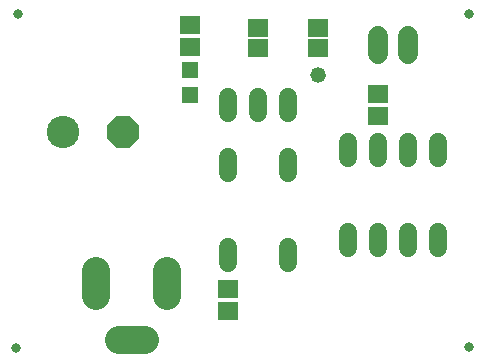
<source format=gts>
G75*
G70*
%OFA0B0*%
%FSLAX24Y24*%
%IPPOS*%
%LPD*%
%AMOC8*
5,1,8,0,0,1.08239X$1,22.5*
%
%ADD10C,0.0316*%
%ADD11C,0.0600*%
%ADD12R,0.0671X0.0592*%
%ADD13R,0.0710X0.0592*%
%ADD14C,0.1080*%
%ADD15OC8,0.1080*%
%ADD16C,0.0940*%
%ADD17C,0.0680*%
%ADD18R,0.0552X0.0552*%
%ADD19C,0.0520*%
D10*
X000551Y000652D03*
X000601Y011802D03*
X015651Y011802D03*
X015651Y000702D03*
D11*
X014601Y003992D02*
X014601Y004512D01*
X013601Y004512D02*
X013601Y003992D01*
X012601Y003992D02*
X012601Y004512D01*
X011601Y004512D02*
X011601Y003992D01*
X009601Y004012D02*
X009601Y003492D01*
X007601Y003492D02*
X007601Y004012D01*
X007601Y006492D02*
X007601Y007012D01*
X007601Y008492D02*
X007601Y009012D01*
X008601Y009012D02*
X008601Y008492D01*
X009601Y008492D02*
X009601Y009012D01*
X011601Y007512D02*
X011601Y006992D01*
X012601Y006992D02*
X012601Y007512D01*
X013601Y007512D02*
X013601Y006992D01*
X014601Y006992D02*
X014601Y007512D01*
X009601Y007012D02*
X009601Y006492D01*
D12*
X010601Y010667D03*
X010601Y011337D03*
X008601Y011337D03*
X008601Y010667D03*
D13*
X006351Y010678D03*
X006351Y011426D03*
X012601Y009126D03*
X012601Y008378D03*
X007601Y002626D03*
X007601Y001878D03*
D14*
X002101Y007852D03*
D15*
X004101Y007852D03*
D16*
X003220Y003232D02*
X003220Y002372D01*
X003971Y000912D02*
X004831Y000912D01*
X005582Y002372D02*
X005582Y003232D01*
D17*
X012601Y010452D02*
X012601Y011052D01*
X013601Y011052D02*
X013601Y010452D01*
D18*
X006351Y009915D03*
X006351Y009089D03*
D19*
X010601Y009752D03*
M02*

</source>
